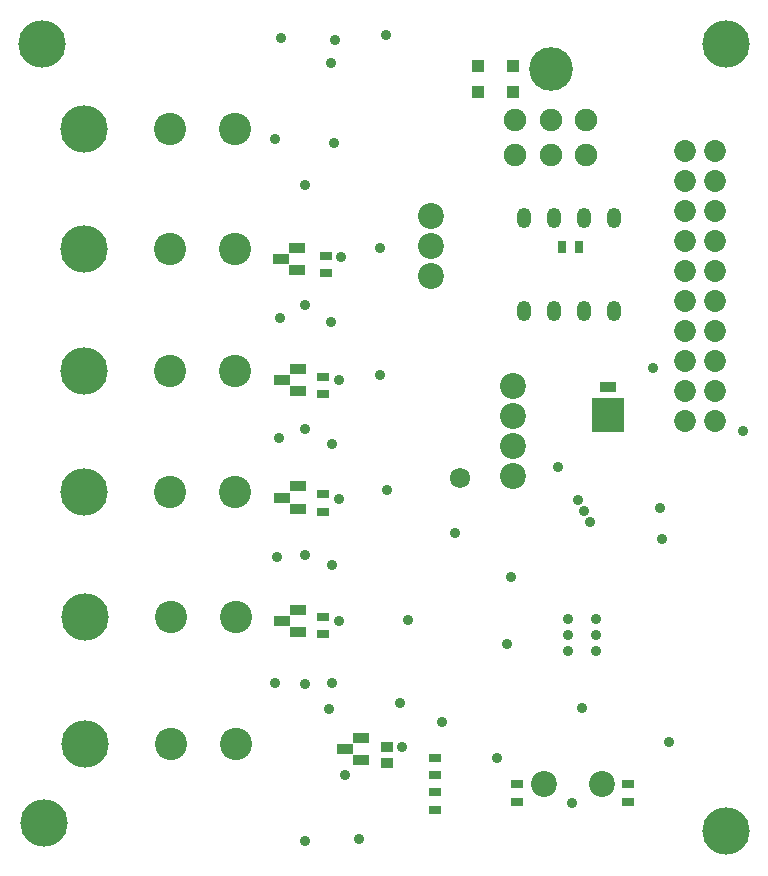
<source format=gbs>
G04*
G04 #@! TF.GenerationSoftware,Altium Limited,Altium Designer,18.1.6 (161)*
G04*
G04 Layer_Color=16711935*
%FSLAX44Y44*%
%MOMM*%
G71*
G01*
G75*
%ADD18R,1.4500X0.8500*%
%ADD19R,1.4700X0.9620*%
%ADD20R,2.7400X2.8670*%
%ADD23R,1.1000X0.9000*%
%ADD24R,1.0000X0.7000*%
%ADD25R,0.7000X1.0000*%
%ADD31C,1.7240*%
%ADD32C,4.0100*%
%ADD33C,2.7400*%
%ADD34C,2.2000*%
%ADD35C,1.8510*%
%ADD36C,1.9000*%
%ADD37C,3.7000*%
%ADD38O,1.2160X1.7240*%
%ADD39C,0.9000*%
%ADD67R,1.0000X1.0000*%
D18*
X679590Y199646D02*
D03*
Y180646D02*
D03*
X666090Y190146D02*
D03*
X611942Y605226D02*
D03*
X625442Y595726D02*
D03*
Y614726D02*
D03*
X625733Y512304D02*
D03*
Y493304D02*
D03*
X612233Y502804D02*
D03*
X626163Y307946D02*
D03*
Y288946D02*
D03*
X612663Y298446D02*
D03*
X612185Y402935D02*
D03*
X625685Y393435D02*
D03*
Y412435D02*
D03*
D19*
X888090Y496800D02*
D03*
D20*
Y473305D02*
D03*
D23*
X701523Y192292D02*
D03*
Y178292D02*
D03*
D24*
X649505Y592999D02*
D03*
Y607999D02*
D03*
X646913Y490529D02*
D03*
Y505529D02*
D03*
X647273Y390752D02*
D03*
Y405752D02*
D03*
X647363Y287204D02*
D03*
Y302204D02*
D03*
X811113Y145696D02*
D03*
Y160696D02*
D03*
X905149Y145696D02*
D03*
Y160696D02*
D03*
X742292Y138374D02*
D03*
Y153374D02*
D03*
Y167928D02*
D03*
Y182928D02*
D03*
D25*
X849376Y615455D02*
D03*
X864376D02*
D03*
D31*
X762824Y419446D02*
D03*
D32*
X444695Y509884D02*
D03*
X444812Y407981D02*
D03*
X988510Y120377D02*
D03*
X411095Y127276D02*
D03*
X988137Y786850D02*
D03*
X409279Y786833D02*
D03*
X444695Y714767D02*
D03*
Y613115D02*
D03*
X445616Y302034D02*
D03*
X445734Y194214D02*
D03*
D33*
X517593Y509884D02*
D03*
X572711D02*
D03*
X572828Y407981D02*
D03*
X517710D02*
D03*
X517593Y714767D02*
D03*
X572711D02*
D03*
X517593Y613115D02*
D03*
X572711D02*
D03*
X518515Y302034D02*
D03*
X573633D02*
D03*
X518632Y194214D02*
D03*
X573750D02*
D03*
D34*
X834518Y160823D02*
D03*
X883318D02*
D03*
X807850Y471750D02*
D03*
Y497150D02*
D03*
Y446350D02*
D03*
Y420950D02*
D03*
X738567Y590442D02*
D03*
Y615842D02*
D03*
Y641242D02*
D03*
D35*
X979056Y696697D02*
D03*
X953656D02*
D03*
Y671297D02*
D03*
X979056D02*
D03*
Y620497D02*
D03*
X953656D02*
D03*
Y645897D02*
D03*
X979056D02*
D03*
Y544297D02*
D03*
X953656D02*
D03*
Y518897D02*
D03*
X979056D02*
D03*
Y569697D02*
D03*
X953656D02*
D03*
Y595097D02*
D03*
X979056D02*
D03*
Y468097D02*
D03*
X953656D02*
D03*
Y493497D02*
D03*
X979056D02*
D03*
D36*
X809851Y692683D02*
D03*
X839851D02*
D03*
X869851D02*
D03*
Y722683D02*
D03*
X809851D02*
D03*
X839851D02*
D03*
D37*
Y765883D02*
D03*
D38*
X893510Y639761D02*
D03*
X817310D02*
D03*
X893510Y561021D02*
D03*
X817310D02*
D03*
X868110D02*
D03*
X842710D02*
D03*
Y639761D02*
D03*
X868110D02*
D03*
D39*
X654718Y448801D02*
D03*
X934539Y368296D02*
D03*
X932504Y394203D02*
D03*
X653931Y771386D02*
D03*
X700155Y794806D02*
D03*
X657033Y790569D02*
D03*
X611591Y792160D02*
D03*
X677351Y114397D02*
D03*
X654547Y245672D02*
D03*
X606475Y246288D02*
D03*
X655117Y346291D02*
D03*
X607976Y353015D02*
D03*
X609803Y453894D02*
D03*
X610729Y555301D02*
D03*
X654255Y551597D02*
D03*
X632092Y667646D02*
D03*
X606162Y707004D02*
D03*
X794405Y182710D02*
D03*
X858324Y144747D02*
D03*
X939885Y196342D02*
D03*
X845814Y429258D02*
D03*
X758650Y373243D02*
D03*
X695886Y614578D02*
D03*
X662705Y607122D02*
D03*
X652643Y223847D02*
D03*
X665715Y168304D02*
D03*
X660379Y502484D02*
D03*
X631845Y566159D02*
D03*
X695886Y506646D02*
D03*
X631972Y354218D02*
D03*
X660431Y401960D02*
D03*
X660734Y298857D02*
D03*
X713786Y192050D02*
D03*
X701438Y409445D02*
D03*
X718914Y299369D02*
D03*
X631679Y460713D02*
D03*
X656170Y703300D02*
D03*
X631679Y245628D02*
D03*
Y112217D02*
D03*
X878489Y273235D02*
D03*
Y286535D02*
D03*
Y299835D02*
D03*
X854249Y273235D02*
D03*
Y286535D02*
D03*
Y299835D02*
D03*
X867992Y391693D02*
D03*
X872934Y382088D02*
D03*
X1003048Y459382D02*
D03*
X747994Y213015D02*
D03*
X866405Y224819D02*
D03*
X803000Y278949D02*
D03*
X806271Y335846D02*
D03*
X926664Y512611D02*
D03*
X863049Y401299D02*
D03*
X712256Y229405D02*
D03*
D67*
X778190Y746862D02*
D03*
Y768862D02*
D03*
X808190Y746862D02*
D03*
Y768862D02*
D03*
M02*

</source>
